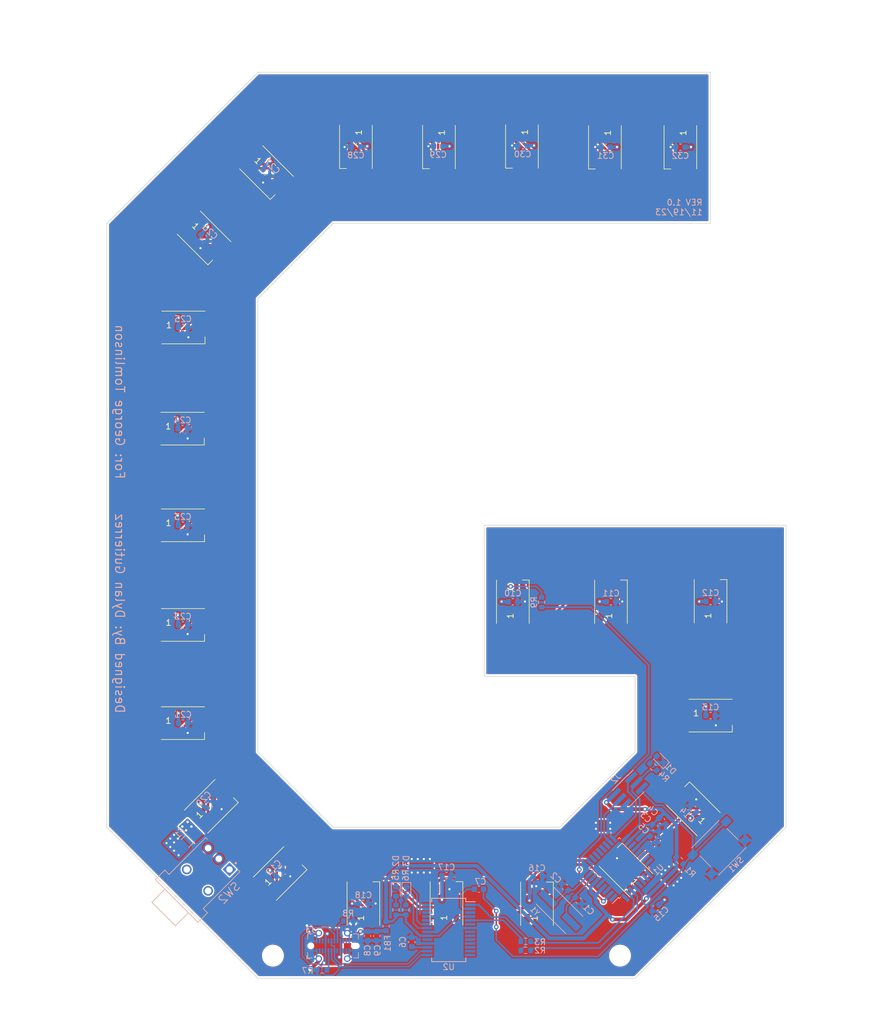
<source format=kicad_pcb>
(kicad_pcb (version 20221018) (generator pcbnew)
  (layers (0 "F.Cu" signal) (31 "B.Cu" signal) (34 "B.Paste" user) (35 "F.Paste" user) (36 "B.SilkS" user "B.Silkscreen") (37 "F.SilkS" user "F.Silkscreen") (38 "B.Mask" user) (39 "F.Mask" user) (44 "Edge.Cuts" user))
  (net 0 "")
  (net 1 "GND")
  (net 2 "/XTAL1")
  (net 3 "/XTAL2")
  (net 4 "+5V")
  (net 5 "/AREF")
  (net 6 "+3V3")
  (net 7 "/~{RESET}")
  (net 8 "Net-(U2-DTR)")
  (net 9 "VBUS")
  (net 10 "/5V_WS2812B")
  (net 11 "Net-(D1-A)")
  (net 12 "Net-(D2-K)")
  (net 13 "Net-(D2-A)")
  (net 14 "Net-(D3-K)")
  (net 15 "Net-(D3-A)")
  (net 16 "Net-(D4-DOUT)")
  (net 17 "/DIN_START")
  (net 18 "Net-(D5-DOUT)")
  (net 19 "Net-(D6-DOUT)")
  (net 20 "Net-(D7-DOUT)")
  (net 21 "Net-(D8-DOUT)")
  (net 22 "Net-(D10-DIN)")
  (net 23 "Net-(D10-DOUT)")
  (net 24 "Net-(D11-DOUT)")
  (net 25 "Net-(D12-DOUT)")
  (net 26 "Net-(D13-DOUT)")
  (net 27 "Net-(D14-DOUT)")
  (net 28 "Net-(D15-DOUT)")
  (net 29 "Net-(D16-DOUT)")
  (net 30 "/D17_D18")
  (net 31 "Net-(D18-DOUT)")
  (net 32 "Net-(D19-DOUT)")
  (net 33 "Net-(D20-DOUT)")
  (net 34 "Net-(D21-DOUT)")
  (net 35 "Net-(D22-DOUT)")
  (net 36 "Net-(D23-DOUT)")
  (net 37 "Net-(D24-DOUT)")
  (net 38 "Net-(D25-DOUT)")
  (net 39 "Net-(SW2-C)")
  (net 40 "/D12_MISO")
  (net 41 "/D13_SCK")
  (net 42 "/D11_MOSI")
  (net 43 "Net-(J3-CC1)")
  (net 44 "/USBD+")
  (net 45 "/USBD-")
  (net 47 "Net-(J3-CC2)")
  (net 49 "/D0_RX")
  (net 50 "/RX")
  (net 51 "/D1_TX")
  (net 52 "/TX")
  (net 53 "/D4")
  (net 55 "/D3")
  (net 56 "/D5")
  (net 57 "/D6")
  (net 58 "/D7")
  (net 59 "/D8")
  (net 60 "/D9")
  (net 61 "/D10")
  (net 62 "/A6")
  (net 63 "/A7")
  (net 64 "/A0")
  (net 65 "/A1")
  (net 66 "/A2")
  (net 67 "/A3")
  (net 68 "/A4")
  (net 69 "/A5")
  (net 70 "/D2")
  (footprint "LED_SMD:LED_WS2812B_PLCC4_5.0x5.0mm_P3.2mm" (layer "F.Cu") (at 140.97 138.697)
    (fp_text reference "D7" hide)
    (fp_text value "WS2812B")
  )
  (footprint "LED_SMD:LED_WS2812B_PLCC4_5.0x5.0mm_P3.2mm" (layer "F.Cu") (at 52.16 106.679)
    (fp_text reference "D17" hide)
    (fp_text value "WS2812B")
  )
  (footprint "LED_SMD:LED_WS2812B_PLCC4_5.0x5.0mm_P3.2mm" (layer "F.Cu") (at 138.070862 154.374315 135)
    (fp_text reference "D8" hide)
    (fp_text value "WS2812B")
  )
  (footprint "LED_SMD:LED_WS2812B_PLCC4_5.0x5.0mm_P3.2mm" (layer "F.Cu") (at 140.971 119.47 90)
    (fp_text reference "D6" hide)
    (fp_text value "WS2812B")
  )
  (footprint "LED_SMD:LED_WS2812B_PLCC4_5.0x5.0mm_P3.2mm" (layer "F.Cu") (at 123.189 43.09 -90)
    (fp_text reference "D25" hide)
    (fp_text value "WS2812B")
  )
  (footprint "LED_SMD:LED_WS2812B_PLCC4_5.0x5.0mm_P3.2mm" (layer "F.Cu") (at 81.279 43.016 -90)
    (fp_text reference "D22" hide)
    (fp_text value "WS2812B")
  )
  (footprint "LED_SMD:LED_WS2812B_PLCC4_5.0x5.0mm_P3.2mm" (layer "F.Cu") (at 111.761 170.344 90)
    (fp_text reference "D10" hide)
    (fp_text value "WS2812B")
  )
  (footprint "LED_SMD:LED_WS2812B_PLCC4_5.0x5.0mm_P3.2mm" (layer "F.Cu") (at 52.107 90.425)
    (fp_text reference "D18" hide)
    (fp_text value "WS2812B")
  )
  (footprint "LED_SMD:LED_WS2812B_PLCC4_5.0x5.0mm_P3.2mm" (layer "F.Cu") (at 107.697 119.544 90)
    (fp_text reference "D4" hide)
    (fp_text value "WS2812B")
  )
  (footprint "LED_SMD:LED_WS2812B_PLCC4_5.0x5.0mm_P3.2mm" (layer "F.Cu") (at 95.25 43.053 -90)
    (fp_text reference "D23" hide)
    (fp_text value "WS2812B")
  )
  (footprint "LED_SMD:LED_WS2812B_PLCC4_5.0x5.0mm_P3.2mm" (layer "F.Cu") (at 52.16 139.955)
    (fp_text reference "D15" hide)
    (fp_text value "WS2812B")
  )
  (footprint "MountingHole:MountingHole_3.2mm_M3" (layer "F.Cu") (at 67.31 179.07)
    (fp_text reference "H2" hide)
    (fp_text value "MountingHole")
  )
  (footprint "LED_SMD:LED_WS2812B_PLCC4_5.0x5.0mm_P3.2mm" (layer "F.Cu") (at 68.510685 165.248862 45)
    (fp_text reference "D13" hide)
    (fp_text value "WS2812B")
  )
  (footprint "LED_SMD:LED_WS2812B_PLCC4_5.0x5.0mm_P3.2mm" (layer "F.Cu") (at 52.16 123.443)
    (fp_text reference "D16" hide)
    (fp_text value "WS2812B")
  )
  (footprint "LED_SMD:LED_WS2812B_PLCC4_5.0x5.0mm_P3.2mm" (layer "F.Cu") (at 52.234 73.405)
    (fp_text reference "D19" hide)
    (fp_text value "WS2812B")
  )
  (footprint "LED_SMD:LED_WS2812B_PLCC4_5.0x5.0mm_P3.2mm" (layer "F.Cu") (at 126.724138 164.649685 135)
    (fp_text reference "D9" hide)
    (fp_text value "WS2812B")
  )
  (footprint "LED_SMD:LED_WS2812B_PLCC4_5.0x5.0mm_P3.2mm" (layer "F.Cu") (at 82.537 170.307 90)
    (fp_text reference "D12" hide)
    (fp_text value "WS2812B")
  )
  (footprint "LED_SMD:LED_WS2812B_PLCC4_5.0x5.0mm_P3.2mm" (layer "F.Cu") (at 66.224685 47.349138 -45)
    (fp_text reference "D21" hide)
    (fp_text value "WS2812B")
  )
  (footprint "LED_SMD:LED_WS2812B_PLCC4_5.0x5.0mm_P3.2mm" (layer "F.Cu") (at 55.731138 58.350685 -45)
    (fp_text reference "D20" hide)
    (fp_text value "WS2812B")
  )
  (footprint "LED_SMD:LED_WS2812B_PLCC4_5.0x5.0mm_P3.2mm" (layer "F.Cu") (at 96.521 170.27 90)
    (fp_text reference "D11" hide)
    (fp_text value "WS2812B")
  )
  (footprint "MountingHole:MountingHole_3.2mm_M3" (layer "F.Cu") (at 125.73 179.07)
    (fp_text reference "H1" hide)
    (fp_text value "MountingHole")
  )
  (footprint "LED_SMD:LED_WS2812B_PLCC4_5.0x5.0mm_P3.2mm" (layer "F.Cu") (at 124.207 119.544 90)
    (fp_text reference "D5" hide)
    (fp_text value "WS2812B")
  )
  (footprint "LED_SMD:LED_WS2812B_PLCC4_5.0x5.0mm_P3.2mm" (layer "F.Cu") (at 56.953685 153.945862 45)
    (fp_text reference "D14" hide)
    (fp_text value "WS2812B")
  )
  (footprint "LED_SMD:LED_WS2812B_PLCC4_5.0x5.0mm_P3.2mm" (layer "F.Cu") (at 109.221 42.963 -90)
    (fp_text reference "D24" hide)
    (fp_text value "WS2812B")
  )
  (footprint "LED_SMD:LED_WS2812B_PLCC4_5.0x5.0mm_P3.2mm" (layer "F.Cu") (at 135.891 43.09 -90)
    (fp_text reference "D26" hide)
    (fp_text value "WS2812B")
  )
  (footprint "Resistor_SMD:R_0603_1608Metric" (layer "B.Cu") (at 112.522 119.634 -90)
    (fp_text reference "R9")
    (fp_text value "330")
  )
  (footprint "Capacitor_SMD:C_0603_1608Metric" (layer "B.Cu") (at 140.971 119.47 180)
    (fp_text reference "C12")
    (fp_text value "22pF")
  )
  (footprint "Inductor_SMD:L_0603_1608Metric" (layer "B.Cu") (at 86.36 174.117 -90)
    (fp_text reference "FB1")
    (fp_text value "FerriteBead")
  )
  (footprint "LED_SMD:LED_0603_1608Metric" (layer "B.Cu") (at 132.461 146.05 135)
    (fp_text reference "D1")
    (fp_text value "LED")
  )
  (footprint "Capacitor_SMD:C_0603_1608Metric" (layer "B.Cu") (at 52.197 73.406 180)
    (fp_text reference "C25")
    (fp_text value "22pF")
  )
  (footprint "Capacitor_SMD:C_0603_1608Metric" (layer "B.Cu") (at 107.697 119.544 180)
    (fp_text reference "C10")
    (fp_text value "22pF")
  )
  (footprint "Capacitor_SMD:C_0603_1608Metric" (layer "B.Cu") (at 81.28 43.016)
    (fp_text reference "C28")
    (fp_text value "22pF")
  )
  (footprint "Resistor_SMD:R_0603_1608Metric" (layer "B.Cu") (at 131.318 147.32 -45)
    (fp_text reference "R4")
    (fp_text value "330")
  )
  (footprint "Button_Switch_SMD:SW_Push_1P1T_NO_6x6mm_H9.5mm" (layer "B.Cu") (at 142.367 160.909 45)
    (fp_text reference "SW1")
    (fp_text value "RESET")
  )
  (footprint "LED_SMD:LED_0603_1608Metric" (layer "B.Cu") (at 89.789 168.275 -90)
    (fp_text reference "D3")
    (fp_text value "RED_RX")
  )
  (footprint "Capacitor_SMD:C_0603_1608Metric" (layer "B.Cu") (at 101.981 167.894 180)
    (fp_text reference "C7")
    (fp_text value "0.1uF")
  )
  (footprint "Capacitor_SMD:C_0603_1608Metric" (layer "B.Cu") (at 82.55 170.307 180)
    (fp_text reference "C18")
    (fp_text value "22pF")
  )
  (footprint "Capacitor_SMD:C_0603_1608Metric" (layer "B.Cu") (at 111.887 165.735 180)
    (fp_text reference "C16")
    (fp_text value "22pF")
  )
  (footprint "Capacitor_SMD:C_0603_1608Metric" (layer "B.Cu") (at 138.049 154.374315 -45)
    (fp_text reference "C14")
    (fp_text value "22pF")
  )
  (footprint "Capacitor_SMD:C_0603_1608Metric" (layer "B.Cu") (at 140.97 138.697 180)
    (fp_text reference "C13")
    (fp_text value "22pF")
  )
  (footprint "Capacitor_SMD:C_0603_1608Metric" (layer "B.Cu") (at 55.731138 58.350685 135)
    (fp_text reference "C26")
    (fp_text value "22pF")
  )
  (footprint "Fuse:Fuse_1206_3216Metric" (layer "B.Cu") (at 52.959 159.766 -135)
    (fp_text reference "F1")
    (fp_text value "3A")
  )
  (footprint "Resistor_SMD:R_0603_1608Metric" (layer "B.Cu") (at 89.6874 171.3756 -90)
    (fp_text reference "R6")
    (fp_text value "330")
  )
  (footprint "Resistor_SMD:R_0603_1608Metric" (layer "B.Cu") (at 109.855 178.181 180)
    (fp_text reference "R2")
    (fp_text value "1K")
  )
  (footprint "LightLetter_FP:XTAL_ABLS7M-16.000MHZ-B-2-T" (layer "B.Cu") (at 115.57 171.45 -45)
    (fp_text reference "Y1")
    (fp_text value "16 MHz")
  )
  (footprint "Capacitor_SMD:C_0603_1608Metric" (layer "B.Cu") (at 118.745 169.799 135)
    (fp_text reference "C1")
    (fp_text value "22pF")
  )
  (footprint "Capacitor_SMD:C_0603_1608Metric" (layer "B.Cu") (at 135.891 43.09)
    (fp_text reference "C32")
    (fp_text value "22pF")
  )
  (footprint "Capacitor_SMD:C_0603_1608Metric" (layer "B.Cu") (at 66.224685 47.349138 135)
    (fp_text reference "C27")
    (fp_text value "22pF")
  )
  (footprint "Resistor_SMD:R_0603_1608Metric" (layer "B.Cu") (at 135.763 163.068 -45)
    (fp_text reference "R1")
    (fp_text value "1K")
  )
  (footprint "Capacitor_SMD:C_0603_1608Metric" (layer "B.Cu") (at 123.316 43.09)
    (fp_text reference "C31")
    (fp_text value "22pF")
  )
  (footprint "Capacitor_SMD:C_0603_1608Metric" (layer "B.Cu") (at 52.107 90.425 180)
    (fp_text reference "C24")
    (fp_text value "22pF")
  )
  (footprint "LightLetter_FP:SW_500ASSP1M6QE" (layer "B.Cu") (at 54.61 166.37 135)
    (fp_text reference "SW2")
    (fp_text value "SW_SPDT")
  )
  (footprint "Connector_USB:USB_C_Receptacle_GCT_USB4115-03-C" (layer "B.Cu") (at 77.426 177.428)
    (fp_text reference "J3")
    (fp_text value "USB_C_Receptacle_USB2.0")
  )
  (footprint "Capacitor_SMD:C_0603_1608Metric" (layer "B.Cu") (at 116.459 167.513 -45)
    (fp_text reference "C2")
    (fp_text value "22pF")
  )
  (footprint "LED_SMD:LED_0603_1608Metric" (layer "B.Cu") (at 88.011 168.275 -90)
    (fp_text reference "D2")
    (fp_text value "GREEN_TX")
  )
  (footprint "Capacitor_SMD:C_0603_1608Metric" (layer "B.Cu") (at 56.699685 153.691862 -135)
    (fp_text reference "C20")
    (fp_text value "22pF")
  )
  (footprint "Capacitor_SMD:C_0603_1608Metric" (layer "B.Cu") (at 124.207 119.544 180)
    (fp_text reference "C11")
    (fp_text value "22pF")
  )
  (footprint "Capacitor_SMD:C_0603_1608Metric" (layer "B.Cu") (at 131.318 159.512 -45)
    (fp_text reference "C5")
    (fp_text value "0.1uF")
  )
  (footprint "Resistor_SMD:R_0603_1608Metric" (layer "B.Cu") (at 80.01 173.228 180)
    (fp_text reference "R8")
    (fp_text value "5.1K")
  )
  (footprint "Connector_PinHeader_1.27mm:PinHeader_2x03_P1.27mm_Vertical_SMD" (layer "B.Cu") (at 127.127 151.384 -135)
    (fp_text reference "J2")
    (fp_text value "Conn_02x03_Odd_Even")
  )
  (footprint "Capacitor_SMD:C_0603_1608Metric" (layer "B.Cu") (at 96.533 165.608 180)
    (fp_text reference "C17")
    (fp_text value "22pF")
  )
  (footprint "Capacitor_SMD:C_0603_1608Metric" (layer "B.Cu") (at 83.255 175.768 -90)
    (fp_text reference "C8")
    (fp_text value "4.7uF")
  )
  (footprint "Resistor_SMD:R_0603_1608Metric" (layer "B.Cu") (at 88.0172 171.3756 -90)
    (fp_text reference "R5")
    (fp_text value "330")
  )
  (footprint "Package_QFP:TQFP-32_7x7mm_P0.8mm" (layer "B.Cu") (at 125.603 164.338 45)
    (fp_text reference "U1")
    (fp_text value "ATmega328P-A")
  )
  (footprint "Capacitor_SMD:C_0603_1608Metric" (layer "B.Cu") (at 52.16 123.443 180)
    (fp_text reference "C22")
    (fp_text value "22pF")
  )
  (footprint "Capacitor_SMD:C_0603_1608Metric" (layer "B.Cu") (at 90.678 176.784 90)
    (fp_text reference "C6")
    (fp_text value "0.1uF")
  )
  (footprint "Capacitor_SMD:C_0603_1608Metric" (layer "B.Cu") (at 95.123 42.926)
    (fp_text reference "C29")
    (fp_text value "22pF")
  )
  (footprint "Capacitor_SMD:C_0603_1608Metric" (layer "B.Cu") (at 84.779 175.768 -90)
    (fp_text reference "C9")
    (fp_text value "0.1uF")
  )
  (footprint "Resistor_SMD:R_0603_1608Metric" (layer "B.Cu") (at 109.855 176.657 180)
    (fp_text reference "R3")
    (fp_text value "1K")
  )
  (footprint "Capacitor_SMD:C_0603_1608Metric" (layer "B.Cu") (at 131.699 157.607 -45)
    (fp_text reference "C3")
    (fp_text value "0.1uF")
  )
  (footprint "Resistor_SMD:R_0603_1608Metric" (layer "B.Cu") (at 75.565 181.483)
    (fp_text reference "R7")
    (fp_text value "5.1K")
  )
  (footprint "Capacitor_SMD:C_0603_1608Metric" (layer "B.Cu") (at 132.842 156.464 -45)
    (fp_text reference "C4")
    (fp_text value "4.7uF")
  )
  (footprint "Capacitor_SMD:C_0603_1608Metric" (layer "B.Cu") (at 52.16 106.679 180)
    (fp_text reference "C23")
    (fp_text value "22pF")
  )
  (footprint "Capacitor_SMD:C_0603_1608Metric" (layer "B.Cu") (at 131.699 171.069 45)
    (fp_text reference "C15")
    (fp_text value "22pF")
  )
  (footprint "Capacitor_SMD:C_0603_1608Metric" (layer "B.Cu") (at 68.453 165.227 -135)
    (fp_text reference "C19")
    (fp_text value "22pF")
  )
  (footprint "Capacitor_SMD:C_0603_1608Metric" (layer "B.Cu") (at 52.197 139.955 180)
    (fp_text reference "C21")
    (fp_text value "22pF")
  )
  (footprint "Package_SO:SSOP-28_5.3x10.2mm_P0.65mm" (layer "B.Cu") (at 96.901 174.752 180)
    (fp_text reference "U2")
    (fp_text value "FT232RL")
  )
  (footprint "Capacitor_SMD:C_0603_1608Metric" (layer "B.Cu") (at 109.348 42.836)
    (fp_text reference "C30")
    (fp_text value "22pF")
  )
  (gr_line (start 153.67 106.68) (end 102.87 106.68) (stroke (width 0.1)) (layer "Edge.Cuts"))
  (gr_line (start 64.77 68.58) (end 77.47 55.88) (stroke (width 0.1)) (layer "Edge.Cuts"))
  (gr_line (start 64.77 30.48) (end 39.37 55.88) (stroke (width 0.1)) (layer "Edge.Cuts"))
  (gr_line (start 39.37 55.88) (end 39.37 157.48) (stroke (width 0.1)) (layer "Edge.Cuts"))
  (gr_line (start 115.57 132.08) (end 128.27 132.08) (stroke (width 0.1)) (layer "Edge.Cuts"))
  (gr_line (start 128.27 182.88) (end 153.67 157.48) (stroke (width 0.1)) (layer "Edge.Cuts"))
  (gr_line (start 64.77 182.88) (end 128.27 182.88) (stroke (width 0.1)) (layer "Edge.Cuts"))
  (gr_line (start 102.87 106.68) (end 102.87 132.08) (stroke (width 0.1)) (layer "Edge.Cuts"))
  (gr_line (start 64.77 144.78) (end 64.77 68.58) (stroke (width 0.1)) (layer "Edge.Cuts"))
  (gr_line (start 102.87 132.08) (end 115.57 132.08) (stroke (width 0.1)) (layer "Edge.Cuts"))
  (gr_line (start 153.67 157.48) (end 153.67 106.68) (stroke (width 0.1)) (layer "Edge.Cuts"))
  (gr_line (start 77.47 157.48) (end 64.77 144.78) (stroke (width 0.1)) (layer "Edge.Cuts"))
  (gr_line (start 77.47 55.88) (end 140.97 55.88) (stroke (width 0.1)) (layer "Edge.Cuts"))
  (gr_line (start 140.97 55.88) (end 140.97 30.48) (stroke (width 0.1)) (layer "Edge.Cuts"))
  (gr_line (start 39.37 157.48) (end 64.77 182.88) (stroke (width 0.1)) (layer "Edge.Cuts"))
  (gr_line (start 128.27 132.08) (end 128.27 144.78) (stroke (width 0.1)) (layer "Edge.Cuts"))
  (gr_line (start 115.57 157.48) (end 77.47 157.48) (stroke (width 0.1)) (layer "Edge.Cuts"))
  (gr_line (start 128.27 144.78) (end 115.57 157.48) (stroke (width 0.1)) (layer "Edge.Cuts"))
  (gr_line (start 140.97 30.48) (end 64.77 30.48) (stroke (width 0.1)) (layer "Edge.Cuts"))
  (gr_text "REV 1.0\n11/19/23" (at 139.7 54.61) (layer "B.SilkS") (effects (font (size 1.016 1.016) (thickness 0.1524)) (justify left bottom mirror)))
  (gr_text "Designed By: Dylan Gutierrez     For: George Tomlinson" (at 40.64 138.43 -90) (layer "B.SilkS") (effects (font (size 1.524 1.524) (thickness 0.1905)) (justify left bottom mirror)))
  (segment (start 111.633 167.386) (end 112.903 167.386) (width 0.6096) (layer "F.Cu") (net 1))
  (segment (start 126.158453 161.750547) (end 125.222 162.687) (width 0.6096) (layer "F.Cu") (net 1))
  (segment (start 142.875 117.274) (end 142.621 117.02) (width 0.6096) (layer "F.Cu") (net 1))
  (segment (start 124.079 157.734) (end 121.666 157.734) (width 0.6096) (layer "F.Cu") (net 1))
  (segment (start 65.659 49.116906) (end 66.79037 50.248276) (width 0.6096) (layer "F.Cu") (net 1))
  (segment (start 52.959 108.204) (end 54.485 108.204) (width 0.6096) (layer "F.Cu") (net 1))
  (segment (start 142.875 119.507) (end 142.875 117.274) (width 0.6096) (layer "F.Cu") (net 1))
  (segment (start 93.472 45.375) (end 93.6 45.503) (width 0.6096) (layer "F.Cu") (net 1))
  (segment (start 70.231 165.735) (end 70.358 165.735) (width 0.6096) (layer "F.Cu") (net 1))
  (segment (start 121.539 43.053) (end 121.539 45.54) (width 0.6096) (layer "F.Cu") (net 1))
  (segment (start 107.569 42.799) (end 107.569 45.411) (width 0.6096) (layer "F.Cu") (net 1))
  (segment (start 84.582 170.307) (end 84.582 168.252) (width 0.6096) (layer "F.Cu") (net 1))
  (segment (start 73.025 173.99) (end 74.313 175.278) (width 0.6096) (layer "F.Cu") (net 1))
  (segment (start 138.557 152.527) (end 137.505177 151.475177) (width 0.6096) (layer "F.Cu") (net 1))
  (segment (start 141.859 140.335) (end 143.408 140.335) (width 0.6096) (layer "F.Cu") (net 1))
  (segment (start 143.408 140.335) (end 143.42 140.347) (width 0.6096) (layer "F.Cu") (net 1))
  (segment (start 79.375 43.053) (end 79.375 45.212) (width 0.6096) (layer "F.Cu") (net 1))
  (segment (start 121.666 156.718) (end 124.079 156.718) (width 0.6096) (layer "F.Cu") (net 1))
  (segment (start 98.171 167.82) (end 97.102 167.82) (width 0.6096) (layer "F.Cu") (net 1))
  (segment (start 75.026 179.578) (end 75.026 179.99) (width 0.6096) (layer "F.Cu") (net 1))
  (segment (start 93.472 42.926) (end 93.472 45.375) (width 0.6096) (layer "F.Cu") (net 1))
  (segment (start 65.659 49.022) (end 65.659 49.116906) (width 0.6096) (layer "F.Cu") (net 1))
  (segment (start 52.959 141.605) (end 54.61 141.605) (width 0.6096) (layer "F.Cu") (net 1))
  (segment (start 109.728 119.507) (end 109.728 117.475) (width 0.6096) (layer "F.Cu") (net 1))
  (segment (start 97.102 167.82) (end 97.028 167.894) (width 0.6096) (layer "F.Cu") (net 1))
  (segment (start 53.086 75.057) (end 54.682 75.057) (width 0.6096) (layer "F.Cu") (net 1))
  (segment (start 79.375 45.212) (end 79.629 45.466) (width 0.6096) (layer "F.Cu") (net 1))
  (segment (start 126.111 117.348) (end 125.857 117.094) (width 0.6096) (layer "F.Cu") (net 1))
  (segment (start 134.241 45.54) (end 134.241 43.055) (width 0.6096) (layer "F.Cu") (net 1))
  (segment (start 70.358 165.735) (end 71.409823 164.683177) (width 0.6096) (layer "F.Cu") (net 1))
  (segment (start 109.728 117.475) (end 109.347 117.094) (width 0.6096) (layer "F.Cu") (net 1))
  (segment (start 74.313 175.278) (end 75.026 175.278) (width 0.6096) (layer "F.Cu") (net 1))
  (segment (start 84.582 168.252) (end 84.187 167.857) (width 0.6096) (layer "F.Cu") (net 1))
  (segment (start 58.674 154.432) (end 58.801 154.432) (width 0.6096) (layer "F.Cu") (net 1))
  (segment (start 112.903 167.386) (end 113.411 167.894) (width 0.6096) (layer "F.Cu") (net 1))
  (segment (start 107.569 45.411) (end 107.571 45.413) (width 0.6096) (layer "F.Cu") (net 1))
  (segment (start 52.959 124.968) (end 54.485 124.968) (width 0.6096) (layer "F.Cu") (net 1))
  (segment (start 54.485 108.204) (end 54.61 108.329) (width 0.6096) (layer "F.Cu") (net 1))
  (segment (start 58.801 154.432) (end 59.852823 153.380177) (width 0.6096) (layer "F.Cu") (net 1))
  (segment (start 54.485 124.968) (end 54.61 125.093) (width 0.6096) (layer "F.Cu") (net 1))
  (segment (start 55.118 60.071) (end 56.296823 61.249823) (width 0.6096) (layer "F.Cu") (net 1))
  (segment (start 52.959 92.075) (end 54.557 92.075) (width 0.6096) (layer "F.Cu") (net 1))
  (segment (start 75.026 179.99) (end 73.533 181.483) (width 0.6096) (layer "F.Cu") (net 1))
  (segment (start 138.557 152.781) (end 138.557 152.527) (width 0.6096) (layer "F.Cu") (net 1))
  (segment (start 126.111 119.507) (end 126.111 117.348) (width 0.6096) (layer "F.Cu") (net 1))
  (segment (start 54.682 75.057) (end 54.684 75.055) (width 0.6096) (layer "F.Cu") (net 1))
  (via (at 84.582 170.307) (size 0.8128) (drill 0.3556) (layers "F.Cu" "B.Cu") (net 1))
  (via (at 97.028 167.894) (size 0.8128) (drill 0.3556) (layers "F.Cu" "B.Cu") (net 1))
  (via (at 126.111 119.507) (size 0.8128) (drill 0.3556) (layers "F.Cu" "B.Cu") (net 1))
  (via (at 91.694 162.814) (size 0.8128) (drill 0.3556) (layers "F.Cu" "B.Cu") (net 1))
  (via (at 92.71 162.814) (size 0.8128) (drill 0.3556) (layers "F.Cu" "B.Cu") (net 1))
  (via (at 52.959 141.605) (size 0.8128) (drill 0.3556) (layers "F.Cu" "B.Cu") (net 1))
  (via (at 91.694 165.1) (size 0.8128) (drill 0.3556) (layers "F.Cu" "B.Cu") (net 1))
  (via (at 133.985 164.084) (size 0.8128) (drill 0.3556) (layers "F.Cu" "B.Cu") (net 1))
  (via (at 53.086 75.057) (size 0.8128) (drill 0.3556) (layers "F.Cu" "B.Cu") (net 1))
  (via (at 121.539 43.053) (size 0.8128) (drill 0.3556) (layers "F.Cu" "B.Cu") (net 1))
  (via (at 93.726 162.814) (size 0.8128) (drill 0.3556) (layers "F.Cu" "B.Cu") (net 1))
  (via (at 121.666 157.734) (size 0.8128) (drill 0.3556) (layers "F.Cu" "B.Cu") (net 1))
  (via (at 52.959 124.968) (size 0.8128) (drill 0.3556) (layers "F.Cu" "B.Cu") (net 1))
  (via (at 73.533 181.483) (size 0.8) (drill 0.4) (layers "F.Cu" "B.Cu") (net 1))
  (via (at 142.875 119.507) (size 0.8128) (drill 0.3556) (layers "F.Cu" "B.Cu") (net 1))
  (via (at 107.569 42.799) (size 0.8128) (drill 0.3556) (layers "F.Cu" "B.Cu") (net 1))
  (via (at 121.666 156.718) (size 0.8128) (drill 0.3556) (layers "F.Cu" "B.Cu") (net 1))
  (via (at 52.959 92.075) (size 0.8128) (drill 0.3556) (layers "F.Cu" "B.Cu") (net 1))
  (via (at 79.375 43.053) (size 0.8128) (drill 0.3556) (layers "F.Cu" "B.Cu") (net 1))
  (via (at 134.241 43.055) (size 0.8128) (drill 0.3556) (layers "F.Cu" "B.Cu") (net 1))
  (via (at 52.959 108.204) (size 0.8128) (drill 0.3556) (layers "F.Cu" "B.Cu") (net 1))
  (via (at 124.079 157.734) (size 0.8128) (drill 0.3556) (layers "F.Cu" "B.Cu") (net 1))
  (via (at 138.557 152.781) (size 0.8128) (drill 0.3556) (layers "F.Cu" "B.Cu") (net 1))
  (via (at 135.382 166.624) (size 0.8128) (drill 0.3556) (layers "F.Cu" "B.Cu") (net 1))
  (via (at 55.118 60.071) (size 0.8128) (drill 0.3556) (layers "F.Cu" "B.Cu") (net 1))
  (via (at 93.472 42.926) (size 0.8128) (drill 0.3556) (layers "F.Cu" "B.Cu") (net 1))
  (via (at 136.017 165.989) (size 0.8128) (drill 0.3556) (layers "F.Cu" "B.Cu") (net 1))
  (via (at 134.747 167.259) (size 0.8128) (drill 0.3556) (layers "F.Cu" "B.Cu") (net 1))
  (via (at 124.079 156.718) (size 0.8128) (drill 0.3556) (layers "F.Cu" "B.Cu") (net 1))
  (via (at 93.726 165.1) (size 0.8128) (drill 0.3556) (layers "F.Cu" "B.Cu") (net 1))
  (via (at 111.633 167.386) (size 0.8128) (drill 0.3556) (layers "F.Cu" "B.Cu") (net 1))
  (via (at 58.674 154.432) (size 0.8128) (drill 0.3556) (layers "F.Cu" "B.Cu") (net 1))
  (via (at 125.222 162.687) (size 0.8128) (drill 0.3556) (layers "F.Cu" "B.Cu") (net 1))
  (via (at 70.231 165.735) (size 0.8128) (drill 0.3556) (layers "F.Cu" "B.Cu") (net 1))
  (via (at 65.659 49.022) (size 0.8128) (drill 0.3556) (layers "F.Cu" "B.Cu") (net 1))
  (via (at 73.025 173.99) (size 0.8) (drill 0.4) (layers "F.Cu" "B.Cu") (net 1))
  (via (at 132.715 165.354) (size 0.8128) (drill 0.3556) (layers "F.Cu" "B.Cu") (net 1))
  (via (at 109.728 119.507) (size 0.8128) (drill 0.3556) (layers "F.Cu" "B.Cu") (net 1))
  (via (at 90.678 165.1) (size 0.8128) (drill 0.3556) (layers "F.Cu" "B.Cu") (net 1))
  (via (at 90.678 162.814) (size 0.8128) (drill 0.3556) (layers "F.Cu" "B.Cu") (net 1))
  (via (at 92.71 165.1) (size 0.8128) (drill 0.3556) (layers "F.Cu" "B.Cu") (net 1))
  (via (at 133.35 164.719) (size 0.8128) (drill 0.3556) (layers "F.Cu" "B.Cu") (net 1))
  (via (at 141.859 140.335) (size 0.8128) (drill 0.3556) (layers "F.Cu" "B.Cu") (net 1))
  (segment (start 108.472 119.544) (end 109.691 119.544) (width 0.6096) (layer "B.Cu") (net 1))
  (segment (start 52.972 73.406) (end 52.972 74.943) (width 0.6096) (layer "B.Cu") (net 1))
  (segment (start 126.457343 164.049343) (end 128.891047 161.615639) (width 0.4064) (layer "B.Cu") (net 1))
  (segment (start 80.176 175.628) (end 79.826 175.278) (width 0.2794) (layer "B.Cu") (net 1))
  (segment (start 112.662 166.357) (end 111.633 167.386) (width 0.6096) (layer "B.Cu") (net 1))
  (segment (start 52.972 141.592) (end 52.959 141.605) (width 0.6096) (layer "B.Cu") (net 1))
  (segment (start 79.412 43.016) (end 79.375 43.053) (width 0.6096) (layer "B.Cu") (net 1))
  (segment (start 74.248183 179.578) (end 72.898 178.227817) (width 0.2794) (layer "B.Cu") (net 1))
  (segment (start 108.573 42.836) (end 107.606 42.836) (width 0.6096) (layer "B.Cu") (net 1))
  (segment (start 130.446678 160.060008) (end 128.891047 161.615639) (width 0.6096) (layer "B.Cu") (net 1))
  (segment (start 97.028 165.888) (end 97.308 165.608) (width 0.6096) (layer "B.Cu") (net 1))
  (segment (start 126.457343 163.922343) (end 126.457343 164.049343) (width 0.6096) (layer "B.Cu") (net 1))
  (segment (start 141.745 140.221) (end 141.859 140.335) (width 0.6096) (layer "B.Cu") (net 1))
  (segment (start 75.026 179.578) (end 74.248183 179.578) (width 0.2794) (layer "B.Cu") (net 1))
  (segment (start 124.333 167.305056) (end 124.333 166.173686) (width 0.4064) (layer "B.Cu") (net 1))
  (segment (start 112.662 165.735) (end 112.662 166.357) (width 0.6096) (layer "B.Cu") (net 1))
  (segment (start 66.772693 47.908307) (end 65.659 49.022) (width 0.6096) (layer "B.Cu") (net 1))
  (segment (start 52.972 139.955) (end 52.972 141.592) (width 0.6096) (layer "B.Cu") (net 1))
  (segment (start 137.511693 153.826307) (end 138.557 152.781) (width 0.6096) (layer "B.Cu") (net 1))
  (segment (start 74.676 179.228) (end 74.676 178.263) (width 0.2794) (layer "B.Cu") (net 1))
  (segment (start 82.296 178.435) (end 82.296 176.911) (width 0.2794) (layer "B.Cu") (net 1))
  (segment (start 135.116 43.09) (end 134.276 43.09) (width 0.6096) (layer "B.Cu") (net 1))
  (segment (start 109.691 119.544) (end 109.728 119.507) (width 0.6096) (layer "B.Cu") (net 1))
  (segment (start 121.576 43.09) (end 121.539 43.053) (width 0.6096) (layer "B.Cu") (net 1))
  (segment (start 56.279146 58.909854) (end 55.118 60.071) (width 0.6096) (layer "B.Cu") (net 1))
  (segment (start 124.333 166.173686) (end 126.457343 164.049343) (width 0.4064) (layer "B.Cu") (net 1))
  (segment (start 74.676 176.593) (end 74.676 175.628) (width 0.2794) (layer "B.Cu") (net 1))
  (segment (start 69.001008 164.678992) (end 69.174992 164.678992) (width 0.6096) (layer "B.Cu") (net 1))
  (segment (start 52.935 123.443) (end 52.935 124.944) (width 0.6096) (layer "B.Cu") (net 1))
  (segment (start 125.222 162.687) (end 126.457343 163.922343) (width 0.6096) (layer "B.Cu") (net 1))
  (segment (start 69.174992 164.678992) (end 70.231 165.735) (width 0.6096) (layer "B.Cu") (net 1))
  (segment (start 107.606 42.836) (end 107.569 42.799) (width 0.6096) (layer "B.Cu") (net 1))
  (segment (start 141.746 119.47) (end 142.838 119.47) (width 0.6096) (layer "B.Cu") (net 1))
  (segment (start 94.348 42.926) (end 93.472 42.926) (width 0.6096) (layer "B.Cu") (net 1))
  (segment (start 82.296 176.911) (end 80.663 175.278) (width 0.2794) (layer "B.Cu") (net 1))
  (segment (start 66.772693 47.897146) (end 66.772693 47.908307) (width 0.6096) (layer "B.Cu") (net 1))
  (segment (start 137.500992 153.826307) (end 137.511693 153.826307) (width 0.6096) (layer "B.Cu") (net 1))
  (segment (start 122.314953 167.060361) (end 123.132314 166.243) (width 0.4064) (layer "B.Cu") (net 1))
  (segment (start 97.028 167.894) (end 97.028 165.888) (width 0.6096) (layer "B.Cu") (net 1))
  (segment (start 52.882 91.998) (end 52.959 92.075) (width 0.6096) (layer "B.Cu") (net 1))
  (segment (start 73.533 181.483) (end 74.74 181.483) (width 0.6096) (layer "B.Cu") (net 1))
  (segment (start 83.325 170.307) (end 84.582 170.307) (width 0.6096) (layer "B.Cu") (net 1))
  (segment (start 80.663 175.278) (end 79.826 175.278) (width 0.2794) (layer "B.Cu") (net 1))
  (segment (start 80.176 179.228) (end 79.826 179.578) (width 0.2794) (layer "B.Cu") (net 1))
  (segment (start 81.153 179.578) (end 82.296 178.435) (width 0.2794) (layer "B.Cu") (net 1))
  (segment (start 141.745 138.697) (end 141.745 140.221) (width 0.6096) (layer "B.Cu") (net 1))
  (segment (start 123.446324 168.191732) (end 124.333 167.305056) (width 0.4064) (layer "B.Cu") (net 1))
  (segment (start 123.132314 166.243) (end 124.263686 166.243) (width 0.4064) (layer "B.Cu") (net 1))
  (segment (start 57.385854 153.143854) (end 58.674 154.432) (width 0.6096) (layer "B.Cu") (net 1))
  (segment (start 52.882 90.425) (end 52.882 91.998) (width 0.6096) (layer "B.Cu") (net 1))
  (segment (start 72.898 176.628183) (end 74.248183 175.278) (width 0.2794) (layer "B.Cu") (net 1))
  (segment (start 52.935 106.679) (end 52.935 108.18) (width 0.6096) (layer "B.Cu") (net 1))
  (segment (start 79.826 179.578) (end 81.153 179.578) (width 0.2794) (layer "B.Cu") (net 1))
  (segment (start 126.074 119.544) (end 126.111 119.507) (width 0.6096) (layer "B.Cu") (net 1))
  (segment (start 74.248183 175.278) (end 75.026 175.278) (width 0.2794) (layer "B.Cu") (net 1))
  (segment (start 124.263686 166.243) (end 124.333 166.173686) (width 0.4064) (layer "B.Cu") (net 1))
  (segment (start 131.866008 160.060008) (end 130.446678 160.060008) (width 0.6096) (layer "B.Cu") (net 1))
  (segment (start 52.972 74.943) (end 53.086 75.057) (width 0.6096) (layer "B.Cu") (net 1))
  (segment (start 52.935 124.944) (end 52.959 124.968) (width 0.6096) (layer "B.Cu") (net 1))
  (segment (start 52.935 108.18) (end 52.959 108.204) (width 0.6096) (layer "B.Cu") (net 1))
  (segment (start 80.505 43.016) (end 79.412 43.016) (width 0.6096) (layer "B.Cu") (net 1))
  (segment (start 57.247693 153.143854) (end 57.385854 153.143854) (width 0.6096) (layer "B.Cu") (net 1))
  (segment (start 56.279146 58.898693) (end 56.279146 58.909854) (width 0.6096) (layer "B.Cu") (net 1))
  (segment (start 80.176 176.593) (end 80.176 175.628) (width 0.2794) (layer "B.Cu") (net 1))
  (segment (start 122.541 43.09) (end 121.576 43.09) (width 0.6096) (layer "B.Cu") (net 1))
  (segment (start 134.276 43.09) (end 134.241 43.055) (width 0.6096) (layer "B.Cu") (net 1))
  (segment (start 72.898 178.227817) (end 72.898 176.628183) (width 0.2794) (layer "B.Cu") (net 1))
  (segment (start 142.838 119.47) (end 142.875 119.507) (width 0.6096) (layer "B.Cu") (net 1))
  (segment (start 74.676 175.628) (end 75.026 175.278) (width 0.2794) (layer "B.Cu") (net 1))
  (segment (start 124.982 119.544) (end 126.074 119.544) (width 0.6096) (layer "B.Cu") (net 1))
  (segment (start 75.026 179.578) (end 74.676 179.228) (width 0.2794) (layer "B.Cu") (net 1))
  (segment (start 80.176 178.263) (end 80.176 179.228) (width 0.2794) (layer "B.Cu") (net 1))
  (segment (start 121.183583 165.92899) (end 118.196992 168.915581) (width 0.2794) (layer "B.Cu") (net 2))
  (segment (start 116.713 170.734984) (end 116.713 172.593) (width 0.2794) (layer "B.Cu") (net 2))
  (segment (start 118.196992 169.250992) (end 116.713 170.734984) (width 0.2794) (layer "B.Cu") (net 2))
  (segment (start 118.196992 168.915581) (end 118.196992 169.250992) (width 0.2794) (layer "B.Cu") (net 2))
  (segment (start 116.713 172.593) (end 117.514544 173.394544) (width 0.2794) (layer "B.Cu") (net 2))
  (segment (start 120.617897 165.363305) (end 117.920194 168.061008) (width 0.2794) (layer "B.Cu") (net 3))
  (segment (start 117.920194 168.061008) (end 117.007008 168.061008) (width 0.2794) (layer "B.Cu") (net 3))
  (segment (start 117.007008 168.061008) (end 115.015016 170.053) (width 0.2794) (layer "B.Cu") (net 3))
  (segment (start 114.173 170.053) (end 113.625456 169.505456) (width 0.2794) (layer "B.Cu") (net 3))
  (segment (start 115.015016 170.053) (end 114.173 170.053) (width 0.2794) (layer "B.Cu") (net 3))
  (segment (start 126.746 172.974) (end 130.1681 169.5519) (width 0.6096) (layer "F.Cu") (net 4))
  (segment (start 130.1681 169.5519) (end 130.1681 169.4815) (width 0.6096) (layer "F.Cu") (net 4))
  (segment (start 124.587 154.432) (end 129.921 154.432) (width 0.6096) (layer "F.Cu") (net 4))
  (segment (start 123.444 153.289) (end 124.587 154.432) (width 0.6096) (layer "F.Cu") (net 4))
  (segment (start 124.46 172.974) (end 126.746 172.974) (width 0.6096) (layer "F.Cu") (net 4))
  (via (at 124.46 172.974) (size 0.8) (drill 0.4) (layers "F.Cu" "B.Cu") (net 4))
  (via (at 129.921 154.432) (size 0.8) (drill 0.4) (layers "F.Cu" "B.Cu") (net 4))
  (via (at 130.1681 169.4815) (size 0.8) (drill 0.4) (layers "F.Cu" "B.Cu") (net 4))
  (via (at 123.444 153.289) (size 0.8) (drill 0.4) (layers "F.Cu" "B.Cu") (net 4))
  (segment (start 89.6874 172.2006) (end 89.6874 173.3762) (width 0.4064) (layer "B.Cu") (net 4))
  (segment (start 88.646 163.957) (end 101.6 163.957) (width 0.6096) (layer "B.Cu") (net 4))
  (segment (start 132.571316 154.432) (end 133.786158 155.646842) (width 0.6096) (layer "B.Cu") (net 4))
  (segment (start 135.255 157.099) (end 135.255 162.409274) (width 0.6096) (layer "B.Cu") (net 4))
  (segment (start 130.1681 169.4815) (end 130.1681 169.4249) (width 0.6096) (layer "B.Cu") (net 4))
  (segment (start 121.596686 170.110686) (end 123.6345 172.1485) (width 0.6096) (layer "B.Cu") (net 4))
  (segment (start 95.291 175.727) (end 98.541 172.477) (width 0.3048) (layer "B.Cu") (net 4))
  (segment (start 121.596686 169.221686) (end 121.596686 170.110686) (width 0.6096) (layer "B.Cu") (net 4))
  (segment (start 120.777 168.402) (end 121.596686 169.221686) (width 0.6096) (layer "B.Cu") (net 4))
  (segment (start 124.46 172.974) (end 123.6345 172.1485) (width 0.6096) (layer "B.Cu") (net 4))
  (segment (start 86.36 173.3295) (end 87.4015 173.3295) (width 0.4064) (layer "B.Cu") (net 4))
  (segment (start 121.596686 168.91) (end 121.596686 169.221686) (width 0.6096) (layer "B.Cu") (net 4))
  (segment (start 130.053581 157.058992) (end 131.150992 157.058992) (width 0.4064) (layer "B.Cu") (net 4))
  (segment (start 127.19399 159.918583) (end 130.053581 157.058992) (width 0.4064) (layer "B.Cu") (net 4))
  (segment (start 113.792 176.149) (end 119.634 176.149) (width 0.6096) (layer "B.Cu") (net 4))
  (segment (start 120.777 167.466944) (end 120.777 168.402) (width 0.6096) (layer "B.Cu") (net 4))
  (segment (start 133.214658 155.075342) (end 133.134642 155.075342) (width 0.4064) (layer "B.Cu") (net 4))
  (segment (start 88.0172 172.7138) (end 88.0172 172.2006) (width 0.4064) (layer "B.Cu") (net 4))
  (segment (start 131.150992 157.058992) (end 132.293992 155.915992) (width 0.4064) (layer "B.Cu") (net 4))
  (segment (start 89.6874 173.3762) (end 92.0382 175.727) (width 0.4064) (layer "B.Cu") (net 4))
  (segment (start 101.6 163.957) (end 113.792 176.149) (width 0.6096) (layer "B.Cu") (net 4))
  (segment (start 133.786158 155.646842) (end 133.802842 155.646842) (width 0.6096) (layer "B.Cu") (net 4))
  (segment (start 88.0172 172.2006) (end 89.6874 172.2006) (width 0.4064) (layer "B.Cu") (net 4))
  (segment (start 130.1681 169.4249) (end 135.179637 164.413363) (width 0.6096) (layer "B.Cu") (net 4))
  (segment (start 87.4015 173.3295) (end 88.0172 172.7138) (width 0.4064) (layer "B.Cu") (net 4))
  (segment (start 133.134642 155.075342) (end 132.293992 155.915992) (width 0.6096) (layer "B.Cu") (net 4))
  (segment (start 86.36 166.243) (end 88.646 163.957) (width 0.6096) (layer "B.Cu") (net 4))
  (segment (start 119.634 176.149) (end 123.6345 172.1485) (width 0.6096) (layer "B.Cu") (net 4))
  (segment (start 92.0382 175.727) (end 93.301 175.727) (width 0.4064) (layer "B.Cu") (net 4))
  (segment (start 133.786158 155.646842) (end 133.214658 155.075342) (width 0.4064) (layer "B.Cu") (net 4))
  (segment (start 98.541 172.477) (end 100.501 172.477) (width 0.3048) (layer "B.Cu") (net 4))
  (segment (start 124.850116 151.882884) (end 123.444 153.289) (width 0.6096) (layer "B.Cu") (net 4))
  (segment (start 133.802842 155.646842) (end 135.255 157.099) (width 0.6096) (layer "B.Cu") (net 4))
  (segment (start 135.255 162.409274) (end 135.179637 162.484637) (width 0.4064) (layer "B.Cu") (net 4))
  (segment (start 86.36 173.3295) (end 86.36 166.243) (width 0.6096) (layer "B.Cu") (net 4))
  (segment (start 121.749268 166.494676) (end 120.777 167.466944) (width 0.6096) (layer "B.Cu") (net 4))
  (segment (start 124.850116 151.864833) (end 124.850116 151.882884) (width 0.6096) (layer "B.Cu") (net 4))
  (segment (start 121.596686 168.91) (end 122.880639 167.626047) (width 0.6096) (layer "B.Cu") (net 4))
  (segment (start 93.301 175.727) (end 95.291 175.727) (width 0.3048) (layer "B.Cu") (net 4))
  (segment (start 129.921 154.432) (end 132.571316 154.432) (width 0.6096) (layer "B.Cu") (net 4))
  (segment (start 135.179637 164.413363) (end 135.179637 162.484637) (width 0.6096) (layer "B.Cu") (net 4))
  (segment (start 130.411322 158.963992) (end 128.325361 161.049953) (width 0.4064) (layer "B.Cu") (net 5))
  (segment (start 130.769992 158.963992) (end 130.411322 158.963992) (width 0.4064) (layer "B.Cu") (net 5))
  (segment (start 93.301 177.677) (end 90.796 177.677) (width 0.3048) (layer "B.Cu") (net 6))
  (segment (start 90.796 177.677) (end 90.678 177.559) (width 0.3048) (layer "B.Cu") (net 6))
  (segment (start 104.902 171.577) (end 104.902 174.244) (width 0.254) (layer "F.Cu") (net 7))
  (via (at 104.902 174.244) (size 0.8) (drill 0.4) (layers "F.Cu" "B.Cu") (net 7))
  (via (at 104.902 171.577) (size 0.8) (drill 0.4) (layers "F.Cu" "B.Cu") (net 7))
  (segment (start 130.3655 170.8785) (end 130.3655 170.3705) (width 0.3048) (layer "B.Cu") (net 7))
  (segment (start 137.96526 158.875314) (end 137.96526 162.128759) (width 0.3048) (layer "B.Cu") (net 7))
  (segment (start 129.403884 151.501884) (end 131.6736 153.7716) (width 0.3048) (layer "B.Cu") (net 7))
  (segment (start 136.346363 164.389637) (end 136.346363 163.651363) (width 0.3048) (layer "B.Cu") (net 7))
  (segment (start 137.96526 162.128759) (end 143.586759 156.50726) (width 0.3048) (layer "B.Cu") (net 7))
  (segment (start 130.3655 170.8785) (end 129.4125 169.9255) (width 0.3048) (layer "B.Cu") (net 7))
  (segment (start 129.403884 150.903167) (end 129.403884 151.501884) (width 0.3048) (layer "B.Cu") (net 7))
  (segment (start 129.4125 168.713186) (end 128.325361 167.626047) (width 0.3048) (layer "B.Cu") (net 7))
  (segment (start 136.442656 163.651363) (end 137.96526 162.128759) (width 0.3048) (layer "B.Cu") (net 7))
  (segment (start 107.696 179.197) (end 104.902 176.403) (width 0.254) (layer "B.Cu") (net 7))
  (segment (start 122.047 179.197) (end 107.696 179.197) (width 0.254) (layer "B.Cu") (net 7))
  (segment (start 130.3655 170.3705) (end 136.346363 164.389637) (width 0.3048) (layer "B.Cu") (net 7))
  (segment (start 131.6736 153.7716) (end 132.861546 153.7716) (width 0.3048) (layer "B.Cu") (net 7))
  (segment (start 130.3655 170.8785) (end 122.047 179.197) (width 0.254) (layer "B.Cu") (net 7))
  (segment (start 104.902 176.403) (end 104.902 174.244) (width 0.254) (layer "B.Cu") (net 7))
  (segment (start 102.756 169.431) (end 104.902 171.577) (width 0.254) (layer "B.Cu") (net 7))
  (segment (start 136.346363 163.651363) (end 136.442656 163.651363) (width 0.3048) (layer "B.Cu") (net 7))
  (segment (start 129.4125 169.9255) (end 129.4125 168.713186) (width 0.3048) (layer "B.Cu") (net 7))
  (segment (start 132.861546 153.7716) (end 137.96526 158.875314) (width 0.3048) (layer "B.Cu") (net 7))
  (segment (start 102.756 167.894) (end 102.756 169.431) (width 0.254) (layer "B.Cu") (net 7))
  (segment (start 99.3466 171.177) (end 98.933 170.7634) (width 0.2794) (layer "B.Cu") (net 8))
  (segment (start 98.933 168.91) (end 99.949 167.894) (width 0.2794) (layer "B.Cu") (net 8))
  (segment (start 99.949 167.894) (end 101.206 167.894) (width 0.2794) (layer "B.Cu") (net 8))
  (segment (start 98.933 170.7634) (end 98.933 168.91) (width 0.2794) (layer "B.Cu") (net 8))
  (segment (start 100.501 171.177) (end 99.3466 171.177) (width 0.2794) (layer "B.Cu") (net 8))
  (segment (start 82.042 175.006) (end 80.645 176.403) (width 0.6096) (layer "F.Cu") (net 9))
  (segment (start 80.645 176.403) (end 78.74 176.403) (width 0.6096) (layer "F.Cu") (net 9))
  (segment (start 78.74 176.403) (end 78.499765 176.643235) (width 0.6096) (layer "F.Cu") (net 9))
  (segment (start 78.499765 176.643235) (end 78.499765 179.310235) (width 0.6096) (layer "F.Cu") (net 9))
  (via (at 76.454 175.387) (size 0.8) (drill 0.4) (layers "F.Cu" "B.Cu") (net 9))
  (via (at 75.925618 180.303665) (size 0.8) (drill 0.4) (layers "F.Cu" "B.Cu") (net 9))
  (via (at 78.499765 179.310235) (size 0.8) (drill 0.4) (layers "F.Cu" "B.Cu") (net 9))
  (via (at 82.042 175.006) (size 0.8) (drill 0.4) (layers "F.Cu" "B.Cu") (net 9))
  (segment (start 76.176 176.593) (end 76.176 175.665) (width 0.254) (layer "B.Cu") (net 9))
  (segment (start 83.255 174.993) (end 84.779 174.993) (width 0.6096) (layer "B.Cu") (net 9))
  (segment (start 78.676 178.263) (end 78.676 179.134) (width 0.254) (layer "B.Cu") (net 9))
  (segment (start 76.176 178.263) (end 76.176 180.053283) (width 0.254) (layer "B.Cu") (net 9))
  (segment (start 83.255 174.993) (end 82.055 174.993) (width 0.6096) (layer "B.Cu") (net 9))
  (segment (start 82.055 174.993) (end 82.042 175.006) (width 0.6096) (layer "B.Cu") (net 9))
  (segment (start 86.36 174.9045) (end 84.8675 174.9045) (width 0.6096) (layer "B.Cu") (net 9))
  (segment (start 78.676 179.134) (end 78.499765 179.310235) (width 0.254) (layer "B.Cu") (net 9))
  (segment (start 84.8675 174.9045) (end 84.779 174.993) (width 0.6096) (layer "B.Cu") (net 9))
  (segment (start 76.176 178.263) (end 76.176 176.593) (width 0.254) (layer "B.Cu") (net 9))
  (segment (start 76.176 175.665) (end 76.454 175.387) (width 0.254) (layer "B.Cu") (net 9))
  (segment (start 78.676 178.263) (end 78.676 176.593) (width 0.254) (layer "B.Cu") (net 9))
  (segment (start 76.176 180.053283) (end 75.925618 180.303665) (width 0.254) (layer "B.Cu") (net 9))
  (segment (start 138.633 137.16) (end 138.52 137.047) (width 0.6096) (layer "F.Cu") (net 10))
  (via (at 139.065 119.507) (size 0.8128) (drill 0.3556) (layers "F.Cu" "B.Cu") (net 10))
  (via (at 51.308 88.773) (size 0.8128) (drill 0.3556) (layers "F.Cu" "B.Cu") (net 10))
  (via (at 50.673 160.02) (size 0.8128) (drill 0.3556) (layers "F.Cu" "B.Cu") (net 10))
  (via (at 51.308 105.029) (size 0.8128) (drill 0.3556) (layers "F.Cu" "B.Cu") (net 10))
  (via (at 51.308 121.793) (size 0.8128) (drill 0.3556) (layers "F.Cu" "B.Cu") (net 10))
  (via (at 111.252 42.799) (size 0.8128) (drill 0.3556) (layers "F.Cu" "B.Cu") (net 10))
  (via (at 137.668 43.053) (size 0.8128) (drill 0.3556) (layers "F.Cu" "B.Cu") (net 10))
  (via (at 110.49 169.799) (size 0.8128) (drill 0.3556) (layers "F.Cu" "B.Cu") (net 10))
  (via (at 133.223 169.672) (size 0.8128) (drill 0.3556) (layers "F.Cu" "B.Cu") (net 10))
  (via (at 51.435 162.179) (size 0.8128) (drill 0.3556) (layers "F.Cu" "B.Cu") (net 10))
  (via (at 105.791 119.507) (size 0.8128) (drill 0.3556) (layers "F.Cu" "B.Cu") (net 10))
  (via (at 80.645 170.307) (size 0.8128) (drill 0.3556) (layers "F.Cu" "B.Cu") (net 10))
  (via (at 50.038 160.782) (size 0.8128) (drill 0.3556) (layers "F.Cu" "B.Cu") (net 10))
  (via (at 95.758 169.672) (size 0.8128) (drill 0.3556) (layers "F.Cu" "B.Cu") (net 10))
  (via (at 50.673 158.75) (size 0.8128) (drill 0.3556) (layers "F.Cu" "B.Cu") (net 10))
  (via (at 140.208 137.16) (size 0.8128) (drill 0.3556) (layers "F.Cu" "B.Cu") (net 10))
  (via (at 125.222 43.053) (size 0.8128) (drill 0.3556) (layers "F.Cu" "B.Cu") (net 10))
  (via (at 56.388 56.515) (size 0.8128) (drill 0.3556) (layers "F.Cu" "B.Cu") (net 10))
  (via (at 50.038 159.385) (size 0.8128) (drill 0.3556) (layers "F.Cu" "B.Cu") (net 10))
  (via (at 49.403 160.147) (size 0.8128) (drill 0.3556) (layers "F.Cu" "B.Cu") (net 10))
  (via (at 51.435 71.755) (size 0.8128) (drill 0.3556) (layers "F.Cu" "B.Cu") (net 10))
  (via (at 51.435 138.303) (size 0.8128) (drill 0.3556) (layers "F.Cu" "B.Cu") (net 10))
  (via (at 51.308 159.385) (size 0.8128) (drill 0.3556) (layers "F.Cu" "B.Cu") (net 10))
  (via (at 97.028 42.926) (size 0.8128) (drill 0.3556) (layers "F.Cu" "B.Cu") (net 10))
  (via (at 83.185 42.926) (size 0.8128) (drill 0.3556) (layers "F.Cu" "B.Cu") (net 10))
  (via (at 55.118 153.416) (size 0.8128) (drill 0.3556) (layers "F.Cu" "B.Cu") (net 10))
  (via (at 122.301 119.507) (size 0.8128) (drill 0.3556) (layers "F.Cu" "B.Cu") (net 10))
  (via (at 66.802 164.719) (size 0.8128) (drill 0.3556) (layers "F.Cu" "B.Cu") (net 10))
  (via (at 66.802 45.466) (size 0.8128) (drill 0.3556) (layers "F.Cu" "B.Cu") (net 10))
  (via (at 137.541 155.956) (size 0.8128) (drill 0.3556) (layers "F.Cu" "B.Cu") (net 10))
  (via (at 50.673 161.417) (size 0.8128) (drill 0.3556) (layers "F.Cu" "B.Cu") (net 10))
  (segment (start 110.49 166.357) (end 110.49 169.799) (width 0.6096) (layer "B.Cu") (net 10))
  (segment (start 110.123 42.836) (end 111.215 42.836) (width 0.6096) (layer "B.Cu") (net 10))
  (segment (start 82.055 43.016) (end 83.095 43.016) (width 0.6096) (layer "B.Cu") (net 10))
  (segment (start 111.112 165.735) (end 110.49 166.357) (width 0.6096) (layer "B.Cu") (net 10))
  (segment (start 138.574677 154.922323) (end 137.541 155.956) (width 0.6096) (layer "B.Cu") (net 10))
  (segment (start 132.247008 170.520992) (end 132.374008 170.520992) (width 0.6096) (layer "B.Cu") (net 10))
  (segment (start 111.215 42.836) (end 111.252 42.799) (width 0.6096) (layer "B.Cu") (net 10))
  (segment (start 55.18313 57.802677) (end 55.18313 57.71987) (width 0.6096) (layer "B.Cu") (net 10))
  (segment (start 122.338 119.544) (end 122.301 119.507) (width 0.6096) (layer "B.Cu") (net 10))
  (segment (start 132.374008 170.520992) (end 133.223 169.672) (width 0.6096) (layer "B.Cu") (net 10))
  (segment (start 51.385 106.679) (end 51.385 105.106) (width 0.6096) (layer "B.Cu") (net 10))
  (segment (start 56.151677 154.23987) (end 55.94187 154.23987) (width 0.6096) (layer "B.Cu") (net 10))
  (segment (start 124.091 43.09) (end 125.185 43.09) (width 0.6096) (layer "B.Cu") (net 10))
  (segment (start 125.185 43.09) (end 125.222 43.053) (width 0.6096) (layer "B.Cu") (net 10))
  (segment (start 51.408949 160.755949) (end 50.038 159.385) (width 0.6096) (layer "B.Cu") (net 10))
  (segment (start 55.94187 154.23987) (end 55.118 153.416) (width 0.6096) (layer "B.Cu") (net 10))
  (segment (start 65.676677 46.80113) (end 65.676677 46.591323) (width 0.6096) (layer "B.Cu") (net 10))
  (segment (start 140.195 138.697) (end 140.195 137.173) (width 0.6096) (layer "B.Cu") (net 10))
  (segment (start 51.332 88.797) (end 51.308 88.773) (width 0.6096) (layer "B.Cu") (net 10))
  (segment (start 51.385 123.443) (end 51.385 121.87) (width 0.6096) (layer "B.Cu") (net 10))
  (segment (start 83.095 43.016) (end 83.185 42.926) (width 0.6096) (layer "B.Cu") (net 10))
  (segment (start 105.828 119.544) (end 105.791 119.507) (width 0.6096) (layer "B.Cu") (net 10))
  (segment (start 95.898 42.926) (end 97.028 42.926) (width 0.6096) (layer "B.Cu") (net 10))
  (segment (start 51.422 139.955) (end 51.422 138.316) (width 0.6096) (layer "B.Cu") (net 10))
  (segment (start 138.597008 154.922323) (end 138.574677 154.922323) (width 0.6096) (layer "B.Cu") (net 10))
  (segment (start 139.102 119.47) (end 139.065 119.507) (width 0.6096) (layer "B.Cu") (net 10))
  (segment (start 123.432 119.544) (end 122.338 119.544) (width 0.6096) (layer "B.Cu") (net 10))
  (segment (start 51.385 105.106) (end 51.308 105.029) (width 0.6096) (layer "B.Cu") (net 10))
  (segment (start 51.332 90.425) (end 51.332 88.797) (width 0.6096) (layer "B.Cu") (net 10))
  (segment (start 81.775 170.307) (end 80.645 170.307) (width 0.6096) (layer "B.Cu") (net 10))
  (segment (start 51.422 71.768) (end 51.435 71.755) (width 0.6096) (layer "B.Cu") (net 10))
  (segment (start 106.922 119.544) (end 105.828 119.544) (width 0.6096) (layer "B.Cu") (net 10))
  (segment (start 95.758 169.672) (end 95.758 165.608) (width 0.6096) (layer "B.Cu") (net 10))
  (segment (start 51.422 138.316) (end 51.435 138.303) (width 0.6096) (layer "B.Cu") (net 10))
  (segment (start 67.858008 165.775008) (end 66.802 164.719) (width 0.6096) (layer "B.Cu") (net 10))
  (segment (start 65.676677 46.591323) (end 66.802 45.466) (width 0.6096) (layer "B.Cu") (net 10))
  (segment (start 136.666 43.09) (end 137.631 43.09) (width 0.6096) (layer "B.Cu") (net 10))
  (segment (start 51.385 121.87) (end 51.308 121.793) (width 0.6096) (layer "B.Cu") (net 10))
  (segment (start 140.196 119.47) (end 139.102 119.47) (width 0.6096) (layer "B.Cu") (net 10))
  (segment (start 67.904992 165.775008) (end 67.858008 165.775008) (width 0.6096) (layer "B.Cu") (net 10))
  (segment (start 55.18313 57.71987) (end 56.388 56.515) (width 0.6096) (layer "B.Cu") (net 10))
  (segment (start 51.422 73.406) (end 51.422 71.768) (width 0.6096) (layer "B.Cu") (net 10))
  (segment (start 137.631 43.09) (end 137.668 43.053) (width 0.6096) (layer "B.Cu") (net 10))
  (segment (start 140.195 137.173) (end 140.208 137.16) (width 0.6096) (layer "B.Cu") (net 10))
  (segment (start 51.969051 160.755949) (end 51.408949 160.755949) (width 0.6096) (layer "B.Cu") (net 10))
  (segment (start 130.734637 146.736637) (end 130.734637 146.662669) (width 0.3048) (layer "B.Cu") (net 11))
  (segment (start 130.734637 146.662669) (end 131.904153 145.493153) (width 0.3048) (layer "B.Cu") (net 11))
  (segment (start 90.932 173.609) (end 91.75 174.427) (width 0.254) (layer "B.Cu") (net 12))
  (segment (start 90.272633 168.2948) (end 90.932 168.954167) (width 0.254) (layer "B.Cu") (net 12))
  (segment (start 88.011 167.4875) (end 88.8183 168.2948) (width 0.254) (layer "B.Cu") (net 12))
  (segment (start 90.932 168.954167) (end 90.932 173.609) (width 0.254) (layer "B.Cu") (net 12))
  (segment (start 91.75 174.427) (end 93.301 174.427) (width 0.254) (layer "B.Cu") (net 12))
  (segment (start 88.8183 168.2948) (end 90.272633 168.2948) (width 0.254) (layer "B.Cu") (net 12))
  (segment (start 88.0172 169.0687) (end 88.011 169.0625) (width 0.254) (layer "B.Cu") (net 13))
  (segment (start 88.0172 170.5506) (end 88.0172 169.0687) (width 0.254) (layer "B.Cu") (net 13))
  (segment (start 90.2715 167.4875) (end 91.567 168.783) (width 0.254) (layer "B.Cu") (net 14))
  (segment (start 91.567 168.783) (end 91.567 173.172) (width 0.254) (layer "B.Cu") (net 14))
  (segment (start 89.789 167.4875) (end 90.2715 167.4875) (width 0.254) (layer "B.Cu") (net 14))
  (segment (start 91.567 173.172) (end 92.172 173.777) (width 0.254) (layer "B.Cu") (net 14))
  (segment (start 92.172 173.777) (end 93.301 173.777) (width 0.254) (layer "B.Cu") (net 14))
  (segment (start 89.6874 170.5506) (end 89.6874 169.1641) (width 0.254) (layer "B.Cu") (net 15))
  (segment (start 89.6874 169.1641) (end 89.789 169.0625) (width 0.254) (layer "B.Cu") (net 15))
  (segment (start 114.2895 121.994) (end 109.347 121.994) (width 0.4064) (layer "F.Cu") (net 16))
  (segment (start 119.1895 117.094) (end 114.2895 121.994) (width 0.4064) (layer "F.Cu") (net 16))
  (segment (start 122.557 117.094) (end 119.1895 117.094) (width 0.4064) (layer "F.Cu") (net 16))
  (segment (start 107.315 116.967) (end 106.174 116.967) (width 0.4064) (layer "F.Cu") (net 17))
  (segment (start 106.174 116.967) (end 106.047 117.094) (width 0.3048) (layer "F.Cu") (net 17))
  (via (at 107.315 116.967) (size 0.8) (drill 0.4) (layers "F.Cu" "B.Cu") (net 17))
  (segment (start 111.633 116.967) (end 107.315 116.967) (width 0.3048) (layer "B.Cu") (net 17))
  (segment (start 112.522 117.856) (end 111.633 116.967) (width 0.3048) (layer "B.Cu") (net 17))
  (segment (start 112.522 118.809) (end 112.522 117.856) (width 0.3048) (layer "B.Cu") (net 17))
  (segment (start 130.863 121.994) (end 125.857 121.994) (width 0.4064) (layer "F.Cu") (net 18))
  (segment (start 135.837 117.02) (end 130.863 121.994) (width 0.4064) (layer "F.Cu") (net 18))
  (segment (start 139.321 117.02) (end 135.837 117.02) (width 0.4064) (layer "F.Cu") (net 18))
  (segment (start 143.42 137.047) (end 143.42 122.719) (width 0.4064) (layer "F.Cu") (net 19))
  (segment (start 143.42 122.719) (end 142.621 121.92) (width 0.4064) (layer "F.Cu") (net 19))
  (segment (start 135.171724 153.80863) (end 135.171724 148.927276) (width 0.4064) (layer "F.Cu") (net 20))
  (segment (start 135.171724 148.927276) (end 138.52 145.579) (width 0.4064) (layer "F.Cu") (net 20))
  (segment (start 138.52 145.579) (end 138.52 140.347) (width 0.4064) (layer "F.Cu") (net 20))
  (segment (start 136.906 154.94) (end 140.97 154.94) (width 0.4064) (layer "F.Cu") (net 21))
  (segment (start 123.825 164.084) (end 127.762 164.084) (width 0.4064) (layer "F.Cu") (net 21))
  (segment (start 127.762 164.084) (end 136.906 154.94) (width 0.4064) (layer "F.Cu") (net 21))
  (segment (start 122.301 165.481) (end 129.357646 165.481) (width 0.4064) (layer "F.Cu") (net 22))
  (segment (start 129.357646 165.481) (end 129.623276 165.21537) (width 0.4064) (layer "F.Cu") (net 22))
  (segment (start 119.888 163.068) (end 122.301 165.481) (width 0.4064) (layer "F.Cu") (net 22))
  (segment (start 113.665 163.068) (end 119.888 163.068) (width 0.4064) (layer "F.Cu") (net 22))
  (segment (start 110.111 167.894) (end 110.111 166.622) (width 0.4064) (layer "F.Cu") (net 22))
  (segment (start 110.111 166.622) (end 113.665 163.068) (width 0.4064) (layer "F.Cu") (net 22))
  (segment (start 95.631 166.116) (end 103.251 166.116) (width 0.4064) (layer "F.Cu") (net 23))
  (segment (start 108.204 171.069) (end 111.887 171.069) (width 0.4064) (layer "F.Cu") (net 23))
  (segment (start 94.871 167.82) (end 94.871 166.876) (width 0.4064) (layer "F.Cu") (net 23))
  (segment (start 94.871 166.876) (end 95.631 166.116) (width 0.4064) (layer "F.Cu") (net 23))
  (segment (start 103.251 166.116) (end 108.204 171.069) (width 0.4064) (layer "F.Cu") (net 23))
  (segment (start 111.887 171.069) (end 113.411 172.593) (width 0.4064) (layer "F.Cu") (net 23))
  (segment (start 113.411 172.593) (end 113.411 172.794) (width 0.4064) (layer "F.Cu") (net 23))
  (segment (start 96.393 170.942) (end 98.171 172.72) (width 0.4064) (layer "F.Cu") (net 24))
  (segment (start 81.788 166.116) (end 87.122 166.116) (width 0.4064) (layer "F.Cu") (net 24))
  (segment (start 80.887 167.857) (end 80.887 167.017) (width 0.4064) (layer "F.Cu") (net 24))
  (segment (start 80.887 167.017) (end 81.788 166.116) (width 0.4064) (layer "F.Cu") (net 24))
  (segment (start 91.948 170.942) (end 96.393 170.942) (width 0.4064) (layer "F.Cu") (net 24))
  (segment (start 87.122 166.116) (end 91.948 170.942) (width 0.4064) (layer "F.Cu") (net 24))
  (segment (start 84.187 172.457) (end 84.187 172.757) (width 0.4064) (layer "F.Cu") (net 25))
  (segment (start 69.07637 162.349724) (end 69.07637 165.729843) (width 0.4064) (layer "F.Cu") (net 25))
  (segment (start 69.07637 165.729843) (end 72.637527 169.291) (width 0.4064) (layer "F.Cu") (net 25))
  (segment (start 72.637527 169.291) (end 81.021 169.291) (width 0.4064) (layer "F.Cu") (net 25))
  (segment (start 81.021 169.291) (end 84.187 172.457) (width 0.4064) (layer "F.Cu") (net 25))
  (segment (start 57.51937 151.046724) (end 57.51937 155.18237) (width 0.4064) (layer "F.Cu") (net 26))
  (segment (start 67.945 164.338) (end 67.945 168.148) (width 0.4064) (layer "F.Cu") (net 26))
  (segment (start 57.51937 155.18237) (end 61.849 159.512) (width 0.4064) (layer "F.Cu") (net 26))
  (segment (start 61.849 159.512) (end 63.119 159.512) (width 0.4064) (layer "F.Cu") (net 26))
  (segment (start 63.119 159.512) (end 67.945 164.338) (width 0.4064) (layer "F.Cu") (net 26))
  (segment (start 56.388 152.908) (end 56.388 156.845) (width 0.4064) (layer "F.Cu") (net 27))
  (segment (start 52.1462 148.6662) (end 56.388 152.908) (width 0.4064) (layer "F.Cu") (net 27))
  (segment (start 54.61 138.305) (end 52.1462 140.7688) (width 0.4064) (layer "F.Cu") (net 27))
  (segment (start 52.1462 140.7688) (end 52.1462 148.6662) (width 0.4064) (layer "F.Cu") (net 27))
  (segment (start 54.61 121.793) (end 51.435 124.968) (width 0.4064) (layer "F.Cu") (net 28))
  (segment (start 47.879 133.731) (end 47.879 140.462) (width 0.4064) (layer "F.Cu") (net 28))
  (segment (start 51.435 130.175) (end 47.879 133.731) (width 0.4064) (layer "F.Cu") (net 28))
  (segment (start 49.022 141.605) (end 49.71 141.605) (width 0.4064) (layer "F.Cu") (net 28))
  (segment (start 51.435 124.968) (end 51.435 130.175) (width 0.4064) (layer "F.Cu") (net 28))
  (segment (start 47.879 140.462) (end 49.022 141.605) (width 0.4064) (layer "F.Cu") (net 28))
  (segment (start 47.879 117.348) (end 47.879 123.262) (width 0.4064) (layer "F.Cu") (net 29))
  (segment (start 51.435 108.204) (end 51.435 113.792) (width 0.4064) (layer "F.Cu") (net 29))
  (segment (start 51.435 113.792) (end 47.879 117.348) (width 0.4064) (layer "F.Cu") (net 29))
  (segment (start 47.879 123.262) (end 49.71 125.093) (width 0.4064) (layer "F.Cu") (net 29))
  (segment (start 54.61 105.029) (end 51.435 108.204) (width 0.4064) (layer "F.Cu") (net 29))
  (segment (start 51.435 96.901) (end 47.879 100.457) (width 0.4064) (layer "F.Cu") (net 30))
  (segment (start 47.879 107.442) (end 48.766 108.329) (width 0.4064) (layer "F.Cu") (net 30))
  (segment (start 54.557 88.775) (end 51.435 91.897) (width 0.4064) (layer "F.Cu") (net 30))
  (segment (start 47.879 100.457) (end 47.879 107.442) (width 0.4064) (layer "F.Cu") (net 30))
  (segment (start 48.766 108.329) (end 49.71 108.329) (width 0.4064) (layer "F.Cu") (net 30))
  (segment (start 51.435 91.897) (end 51.435 96.901) (width 0.4064) (layer "F.Cu") (net 30))
  (segment (start 52.07 80.264) (end 47.879 84.455) (width 0.4064) (layer "F.Cu") (net 31))
  (segment (start 47.879 90.297) (end 49.657 92.075) (width 0.4064) (layer "F.Cu") (net 31))
  (segment (start 52.07 73.914) (end 52.07 80.264) (width 0.4064) (layer "F.Cu") (net 31))
  (segment (start 47.879 84.455) (end 47.879 90.297) (width 0.4064) (layer "F.Cu") (net 31))
  (segment (start 54.229 71.755) (end 52.07 73.914) (width 0.4064) (layer "F.Cu") (net 31))
  (segment (start 54.684 71.755) (end 54.229 71.755) (width 0.4064) (layer "F.Cu") (net 31))
  (segment (start 47.879 66.160527) (end 47.879 73.15) (width 0.4064) (layer "F.Cu") (net 32))
  (segment (start 55.123157 58.91637) (end 47.879 66.160527) (width 0.4064) (layer "F.Cu") (net 32))
  (segment (start 47.879 73.15) (end 49.784 75.055) (width 0.4064) (layer "F.Cu") (net 32))
  (segment (start 58.630276 58.91637) (end 55.123157 58.91637) (width 0.4064) (layer "F.Cu") (net 32))
  (segment (start 69.123823 47.914823) (end 69.000265 48.038381) (width 0.4064) (layer "F.Cu") (net 33))
  (segment (start 52.832 55.118) (end 52.832 57.785) (width 0.4064) (layer "F.Cu") (net 33))
  (segment (start 59.911619 48.038381) (end 52.832 55.118) (width 0.4064) (layer "F.Cu") (net 33))
  (segment (start 69.000265 48.038381) (end 59.911619 48.038381) (width 0.4064) (layer "F.Cu") (net 33))
  (segment (start 81.7726 46.6224) (end 63.4866 46.6224) (width 0.4064) (layer "F.Cu") (net 34))
  (segment (start 63.4866 46.6224) (end 63.325547 46.783453) (width 0.4064) (layer "F.Cu") (net 34))
  (segment (start 82.929 45.466) (end 81.7726 46.6224) (width 0.4064) (layer "F.Cu") (net 34))
  (segment (start 96.9 45.503) (end 96.9 47.118) (width 0.4064) (layer "F.Cu") (net 35))
  (segment (start 96.52 47.498) (end 85.471 47.498) (width 0.4064) (layer "F.Cu") (net 35))
  (segment (start 84.836 44.577) (end 84.328 44.069) (width 0.4064) (layer "F.Cu") (net 35))
  (segment (start 84.328 44.069) (end 83.132 44.069) (width 0.4064) (layer "F.Cu") (net 35))
  (segment (start 85.471 47.498) (end 84.836 46.863) (width 0.4064) (layer "F.Cu") (net 35))
  (segment (start 84.836 46.863) (end 84.836 44.577) (width 0.4064) (layer "F.Cu") (net 35))
  (segment (start 96.9 47.118) (end 96.52 47.498) (width 0.4064) (layer "F.Cu") (net 35))
  (segment (start 83.132 44.069) (end 79.629 40.566) (width 0.4064) (layer "F.Cu") (net 35))
  (segment (start 99.441 47.498) (end 98.679 46.736) (width 0.4064) (layer "F.Cu") (net 36))
  (segment (start 110.871 46.99) (end 110.363 47.498) (width 0.4064) (layer "F.Cu") (net 36))
  (segment (start 98.298 44.069) (end 95.504 44.069) (width 0.4064) (layer "F.Cu") (net 36))
  (segment (start 98.679 44.45) (end 98.298 44.069) (width 0.4064) (layer "F.Cu") (net 36))
  (segment (start 95.504 44.069) (end 95.123 43.688) (width 0.4064) (layer "F.Cu") (net 36))
  (segment (start 110.363 47.498) (end 99.441 47.498) (width 0.4064) (layer "F.Cu") (net 36))
  (segment (start 95.123 43.688) (end 95.123 42.126) (width 0.4064) (layer "F.Cu") (net 36))
  (segment (start 95.123 42.126) (end 93.6 40.603) (width 0.4064) (layer "F.Cu") (net 36))
  (segment (start 98.679 46.736) (end 98.679 44.45) (width 0.4064) (layer "F.Cu") (net 36))
  (segment (start 110.871 45.413) (end 110.871 46.99) (width 0.4064) (layer "F.Cu") (net 36))
  (segment (start 112.522 46.609) (end 112.522 44.45) (width 0.4064) (layer "F.Cu") (net 37))
  (segment (start 111 43.942) (end 107.571 40.513) (width 0.4064) (layer "F.Cu") (net 37))
  (segment (start 113.411 47.498) (end 112.522 46.609) (width 0.4064) (layer "F.Cu") (net 37))
  (segment (start 112.014 43.942) (end 111 43.942) (width 0.4064) (layer "F.Cu") (net 37))
  (segment (start 124.839 45.54) (end 124.839 46.992) (width 0.4064) (layer "F.Cu") (net 37))
  (segment (start 124.333 47.498) (end 113.411 47.498) (width 0.4064) (layer "F.Cu") (net 37))
  (segment (start 112.522 44.45) (end 112.014 43.942) (width 0.4064) (layer "F.Cu") (net 37))
  (segment (start 124.839 46.992) (end 124.333 47.498) (width 0.4064) (layer "F.Cu") (net 37))
  (segment (start 136.906 47.498) (end 127.254 47.498) (width 0.4064) (layer "F.Cu") (net 38))
  (segment (start 127.254 47.498) (end 126.492 46.736) (width 0.4064) (layer "F.Cu") (net 38))
  (segment (start 124.079 44.196) (end 121.539 41.656) (width 0.4064) (layer "F.Cu") (net 38))
  (segment (start 137.541 45.54) (end 137.541 46.863) (width 0.4064) (layer "F.Cu") (net 38))
  (segment (start 121.539 41.656) (end 121.539 40.64) (width 0.4064) (layer "F.Cu") (net 38))
  (segment (start 126.492 44.577) (end 126.111 44.196) (width 0.4064) (layer "F.Cu") (net 38))
  (segment (start 126.492 46.736) (end 126.492 44.577) (width 0.4064) (layer "F.Cu") (net 38))
  (segment (start 137.541 46.863) (end 136.906 47.498) (width 0.4064) (layer "F.Cu") (net 38))
  (segment (start 126.111 44.196) (end 124.079 44.196) (width 0.4064) (layer "F.Cu") (net 38))
  (via (at 52.705 157.988) (size 0.8) (drill 0.4) (layers "F.Cu" "B.Cu") (net 39))
  (via (at 52.959 156.591) (size 0.8) (drill 0.4) (layers "F.Cu" "B.Cu") (net 39))
  (via (at 52.07 157.353) (size 0.8) (drill 0.4) (layers "F.Cu" "B.Cu") (net 39))
  (via (at 53.594 157.353) (size 0.8) (drill 0.4) (layers "F.Cu" "B.Cu") (net 39))
  (segment (start 128.397 155.533592) (end 128.397 152.814655) (width 0.3048) (layer "B.Cu") (net 40))
  (segment (start 128.397 152.814655) (end 127.0401 151.457755) (width 0.3048) (layer "B.Cu") (net 40))
  (segment (start 127.0401 151.457755) (end 127.0401 149.674849) (width 0.3048) (layer "B.Cu") (net 40))
  (segment (start 124.577695 159.352897) (end 128.397 155.533592) (width 0.3048) (layer "B.Cu") (net 40))
  (segment (start 127.0401 149.674849) (end 127.607833 149.107116) (width 0.3048) (layer "B.Cu") (net 40))
  (segment (start 128.505858 150.005142) (end 130.607637 147.903363) (width 0.3048) (layer "B.Cu") (net 41))
  (segment (start 130.607637 147.903363) (end 131.901363 147.903363) (width 0.3048) (layer "B.Cu") (net 41))
  (segment (start 129.032 152.731235) (end 127.762 151.461235) (width 0.3048) (layer "B.Cu") (net 41))
  (segment (start 127.762 151.461235) (end 127.762 150.749) (width 0.3048) (layer "B.Cu") (net 41))
  (segment (start 129.032 156.949202) (end 129.032 152.731235) (width 0.3048) (layer "B.Cu") (net 41))
  (segment (start 126.628305 159.352897) (end 129.032 156.949202) (width 0.3048) (layer "B.Cu") (net 41))
  (segment (start 127.762 150.749) (end 128.505858 150.005142) (width 0.3048) (layer "B.Cu") (net 41))
  (segment (start 123.063 158.969573) (end 124.01201 159.918583) (width 0.3048) (layer "B.Cu") (net 42))
  (segment (start 125.748142 152.762858) (end 123.063 155.448) (width 0.3048) (layer "B.Cu") (net 42))
  (segment (start 123.063 155.448) (end 123.063 158.969573) (width 0.3048) (layer "B.Cu") (net 42))
  (segment (start 76.676 178.263) (end 76.676 181.197) (width 0.254) (layer "B.Cu") (net 43))
  (segment (start 76.676 181.197) (end 76.39 181.483) (width 0.254) (layer "B.Cu") (net 43))
  (segment (start 78.426399 180.915399) (end 78.426399 181.415601) (width 0.254) (layer "B.Cu") (net 44))
  (segment (start 77.176 179.665) (end 77.176 178.263) (width 0.254) (layer "B.Cu") (net 44))
  (segment (start 93.301 178.977) (end 92.168578 178.977) (width 0.254) (layer "B.Cu") (net 44))
  (segment (start 73.3108 174.7202) (end 73.327459 174.7202) (width 0.254) (layer "B.Cu") (net 44))
  (segment (start 78.426399 181.415601) (end 77.47 182.372) (width 0.254) (layer "B.Cu") (net 44))
  (segment (start 72.263 175.768) (end 73.3108 174.7202) (width 0.254) (layer "B.Cu") (net 44))
  (segment (start 78.426399 180.915399) (end 77.176 179.665) (width 0.254) (layer "B.Cu") (net 44))
  (segment (start 75.565 180.975) (end 75.057 180.467) (width 0.254) (layer "B.Cu") (net 44))
  (segment (start 75.057 180.467) (end 73.533 180.467) (width 0.254) (layer "B.Cu") (net 44))
  (segment (start 75.565 181.882816) (end 75.565 180.975) (width 0.254) (layer "B.Cu") (net 44))
  (segment (start 73.327459 174.7202) (end 73.676659 174.371) (width 0.254) (layer "B.Cu") (net 44))
  (segment (start 90.230179 180.915399) (end 78.946421 180.915399) (width 0.254) (layer "B.Cu") (net 44))
  (segment (start 73.533 180.467) (end 72.263 179.197) (width 0.254) (layer "B.Cu") (net 44))
  (segment (start 76.581 174.371) (end 77.676 175.466) (width 0.254) (layer "B.Cu") (net 44))
  (segment (start 72.263 179.197) (end 72.263 175.768) (width 0.254) (layer "B.Cu") (net 44))
  (segment (start 92.168578 178.977) (end 90.230179 180.915399) (width 0.254) (layer "B.Cu") (net 44))
  (segment (start 77.676 175.466) (end 77.676 176.593) (width 0.254) (layer "B.Cu") (net 44))
  (segment (start 76.054184 182.372) (end 75.565 181.882816) (width 0.254) (layer "B.Cu") (net 44))
  (segment (start 73.676659 174.371) (end 76.581 174.371) (width 0.254) (layer "B.Cu") (net 44))
  (segment (start 77.47 182.372) (end 76.054184 182.372) (width 0.254) (layer "B.Cu") (net 44))
  (segment (start 78.946421 180.915399) (end 78.426399 180.915399) (width 0.254) (layer "B.Cu") (net 44))
  (segment (start 93.301 178.327) (end 92.172 178.327) (width 0.254) (layer "B.Cu") (net 45))
  (segment (start 92.172 178.327) (end 90.0408 180.4582) (width 0.254) (layer "B.Cu") (net 45))
  (segment (start 77.2666 177.419) (end 77.176 177.3284) (width 0.254) (layer "B.Cu") (net 45))
  (segment (start 77.176 177.3284) (end 77.176 176.593) (width 0.254) (layer "B.Cu") (net 45))
  (segment (start 90.0408 180.4582) (end 78.615778 180.4582) (width 0.254) (layer "B.Cu") (net 45))
  (segment (start 77.676 179.518422) (end 77.676 178.263) (width 0.254) (layer "B.Cu") (net 45))
  (segment (start 77.676 177.5276) (end 77.5674 177.419) (width 0.254) (layer "B.Cu") (net 45))
  (segment (start 78.615778 180.4582) (end 77.676 179.518422) (width 0.254) (layer "B.Cu") (net 45))
  (segment (start 77.676 178.263) (end 77.676 177.5276) (width 0.254) (layer "B.Cu") (net 45))
  (segment (start 77.5674 177.419) (end 77.2666 177.419) (width 0.254) (layer "B.Cu") (net 45))
  (segment (start 78.176 174.237) (end 79.185 173.228) (width 0.2794) (layer "B.Cu") (net 47))
  (segment (start 78.176 176.593) (end 78.176 174.237) (width 0.2794) (layer "B.Cu") (net 47))
  (segment (start 111.061 177.8) (end 110.68 178.181) (width 0.2794) (layer "B.Cu") (net 49))
  (segment (start 127.759676 168.191732) (end 128.651 169.083056) (width 0.2794) (layer "B.Cu") (net 49))
  (segment (start 122.301 177.8) (end 111.061 177.8) (width 0.2794) (layer "B.Cu") (net 49))
  (segment (start 128.651 169.083056) (end 128.651 171.45) (width 0.2794) (layer "B.Cu") (net 49))
  (segment (start 128.651 171.45) (end 122.301 177.8) (width 0.2794) (layer "B.Cu") (net 49))
  (segment (start 109.03 178.181) (end 109.855 177.356) (width 0.2794) (layer "B.Cu") (net 50))
  (segment (start 109.855 176.067112) (end 106.372788 172.5849) (width 0.2794) (layer "B.Cu") (net 50))
  (segment (start 109.855 177.356) (end 109.855 176.067112) (width 0.2794) (layer "B.Cu") (net 50))
  (segment (start 101.947 170.527) (end 100.501 170.527) (width 0.2794) (layer "B.Cu") (net 50))
  (segment (start 106.372788 172.5849) (end 104.0049 172.5849) (width 0.2794) (layer "B.Cu") (net 50))
  (segment (start 104.0049 172.5849) (end 101.947 170.527) (width 0.2794) (layer "B.Cu") (net 50))
  (segment (start 127.19399 168.757417) (end 128.016 169.579427) (width 0.2794) (layer "B.Cu") (net 51))
  (segment (start 128.016 170.942) (end 122.047 176.911) (width 0.2794) (layer "B.Cu") (net 51))
  (segment (start 128.016 169.579427) (end 128.016 170.942) (width 0.2794) (layer "B.Cu") (net 51))
  (segment (start 110.934 176.911) (end 110.68 176.657) (width 0.2794) (layer "B.Cu") (net 51))
  (segment (start 122.047 176.911) (end 110.934 176.911) (width 0.2794) (layer "B.Cu") (net 51))
  (segment (start 109.03 176.086) (end 106.071 173.127) (width 0.2794) (layer "B.Cu") (net 52))
  (segment (start 106.071 173.127) (end 100.501 173.127) (width 0.2794) (layer "B.Cu") (net 52))
  (segment (start 109.03 176.657) (end 109.03 176.086) (width 0.2794) (layer "B.Cu") (net 52))
  (segment (start 118.872 165.862) (end 122.936 169.926) (width 0.3048) (layer "F.Cu") (net 53))
  (segment (start 118.872 164.592) (end 118.872 165.862) (width 0.3048) (layer "F.Cu") (net 53))
  (via (at 122.936 169.926) (size 0.8) (drill 0.4) (layers "F.Cu" "B.Cu") (net 53))
  (via (at 118.872 164.592) (size 0.8) (drill 0.4) (layers "F.Cu" "B.Cu") (net 53))
  (segment (start 118.872 162.814) (end 122.555 159.131) (width 0.3048) (layer "B.Cu") (net 53))
  (segment (start 122.555 153.10942) (end 130.556 145.10842) (width 0.3048) (layer "B.Cu") (net 53))
  (segment (start 122.555 159.131) (end 122.555 153.10942) (width 0.3048) (layer "B.Cu") (net 53))
  (segment (start 120.84 120.459) (end 112.522 120.459) (width 0.3048) (layer "B.Cu") (net 53))
  (segment (start 130.556 130.175) (end 120.84 120.459) (width 0.3048) (layer "B.Cu") (net 53))
  (segment (start 130.556 145.10842) (end 130.556 130.175) (width 0.3048) (layer "B.Cu") (net 53))
  (segment (start 124.01201 168.84999) (end 122.936 169.926) (width 0.3048) (layer "B.Cu") (net 53))
  (segment (start 118.872 164.592) (end 118.872 162.814) (width 0.3048) (layer "B.Cu") (net 53))
  (segment (start 124.01201 168.757417) (end 124.01201 168.84999) (width 0.3048) (layer "B.Cu") (net 53))
  (zone (net 39) (net_name "Net-(SW2-C)") (layer "F.Cu") (priority 2) (connect_pads yes (clearance 0.254)) (min_thickness 0.25) (fill yes (thermal_gap 0.5) (thermal_bridge_width 0.5))
    (polygon (pts (xy 58.166 161.163) (xy 52.959 155.956) (xy 51.435 157.353) (xy 56.769 162.687)))
  )
  (zone (net 1) (net_name "GND") (layer "F.Cu") (priority 5) (connect_pads yes (clearance 0.2286)) (min_thickness 0.2286) (fill yes (thermal_gap 0.3048) (thermal_bridge_width 0.5))
    (polygon (pts (xy 90.17 162.306) (xy 94.361 162.306) (xy 94.361 165.608) (xy 90.17 165.608)))
  )
  (zone (net 10) (net_name "/5V_WS2812B") (layer "F.Cu") (connect_pads (clearance 0.254)) (min_thickness 0.25) (fill yes (thermal_gap 0.5) (thermal_bridge_width 0.5))
    (polygon (pts (xy 29.21 27.94) (xy 167.64 27.94) (xy 167.64 187.96) (xy 29.21 187.96)))
  )
  (zone (net 1) (net_name "GND") (layer "F.Cu") (priority 7) (connect_pads (clearance 0.254)) (min_thickness 0.25) (fill yes (thermal_gap 0.5) (thermal_bridge_width 0.5))
    (polygon (pts (xy 134.112 163.322) (xy 136.779 165.862) (xy 134.62 168.021) (xy 131.953 165.481)))
  )
  (zone (net 1) (net_name "GND") (layer "F.Cu") (priority 6) (connect_pads (clearance 0.254)) (min_thickness 0.25) (fill yes (thermal_gap 0.5) (thermal_bridge_width 0.5))
    (polygon (pts (xy 121.158 156.21) (xy 121.158 158.242) (xy 124.587 158.242) (xy 124.587 156.21)))
  )
  (zone (net 9) (net_name "VBUS") (layer "F.Cu") (priority 1) (connect_pads yes (clearance 0.254)) (min_thickness 0.25) (fill yes (thermal_gap 0.5) (thermal_bridge_width 0.5))
    (polygon (pts (xy 49.276 170.815) (xy 58.293 161.29) (xy 71.882 174.371) (xy 78.994 174.498) (xy 78.994 180.721) (xy 58.547 180.721)))
  )
  (zone (net 39) (net_name "Net-(SW2-C)") (layer "B.Cu") (priority 3) (connect_pads yes (clearance 0.254)) (min_thickness 0.25) (fill yes (thermal_gap 0.5) (thermal_bridge_width 0.5))
    (polygon (pts (xy 54.102 160.02) (xy 51.435 157.353) (xy 52.959 155.956) (xy 55.626 158.623)))
  )
  (zone (net 1) (net_name "GND") (layer "B.Cu") (connect_pads (clearance 0.2286)) (min_thickness 0.2286) (fill yes (thermal_gap 0.3048) (thermal_bridge_width 0.5))
    (polygon (pts (xy 30.353 25.146) (xy 166.243 25.146) (xy 166.243 186.436) (xy 30.353 186.436)))
  )
  (zone (net 10) (net_name "/5V_WS2812B") (layer "B.Cu") (priority 4) (connect_pads yes (clearance 0.2286)) (min_thickness 0.2286) (fill yes (thermal_gap 0.3048) (thermal_bridge_width 0.5))
    (polygon (pts (xy 53.467 160.909) (xy 50.673 158.115) (xy 48.641 160.147) (xy 51.435 162.941)))
  )
)
</source>
